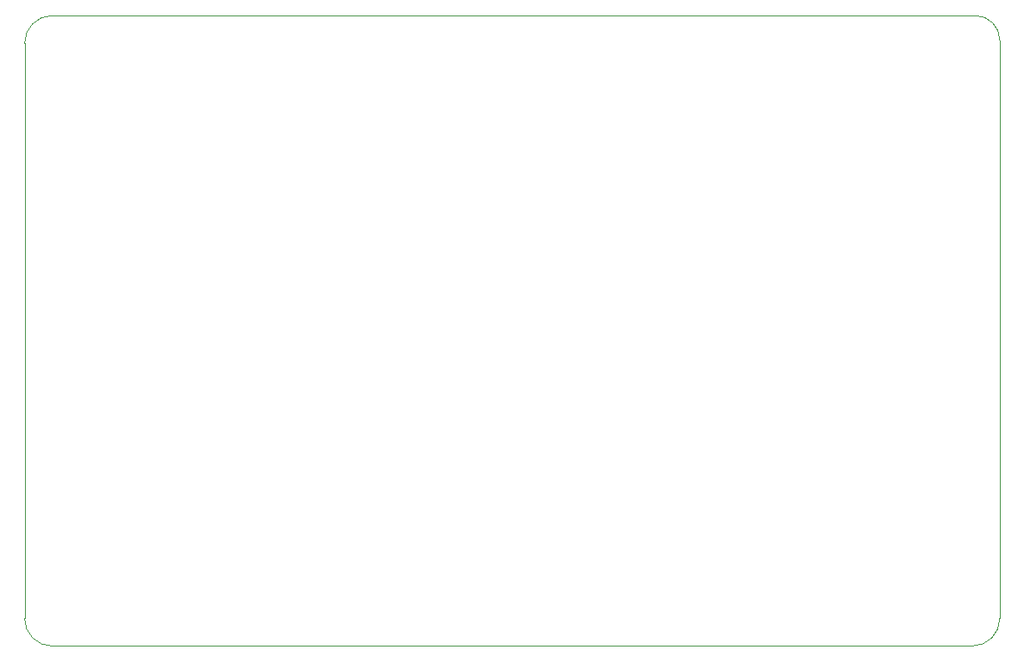
<source format=gbr>
%TF.GenerationSoftware,KiCad,Pcbnew,9.0.6*%
%TF.CreationDate,2026-02-22T19:23:36+01:00*%
%TF.ProjectId,MPC01,4d504330-312e-46b6-9963-61645f706362,V0.1*%
%TF.SameCoordinates,Original*%
%TF.FileFunction,Profile,NP*%
%FSLAX46Y46*%
G04 Gerber Fmt 4.6, Leading zero omitted, Abs format (unit mm)*
G04 Created by KiCad (PCBNEW 9.0.6) date 2026-02-22 19:23:36*
%MOMM*%
%LPD*%
G01*
G04 APERTURE LIST*
%TA.AperFunction,Profile*%
%ADD10C,0.038100*%
%TD*%
G04 APERTURE END LIST*
D10*
X64207108Y-45707107D02*
X64207107Y-102286744D01*
X157585800Y-43000000D02*
X66914214Y-43000008D01*
X157585786Y-43000000D02*
G75*
G02*
X160000000Y-45414214I14J-2414200D01*
G01*
X66914214Y-105000000D02*
X157292893Y-105000000D01*
X160000000Y-102292893D02*
G75*
G02*
X157292893Y-105000000I-2707100J-7D01*
G01*
X64207107Y-45707107D02*
G75*
G02*
X66914214Y-43000007I2707093J7D01*
G01*
X160000000Y-102292893D02*
X159999999Y-45414214D01*
X66914214Y-105000000D02*
G75*
G02*
X64207100Y-102292893I-14J2707100D01*
G01*
M02*

</source>
